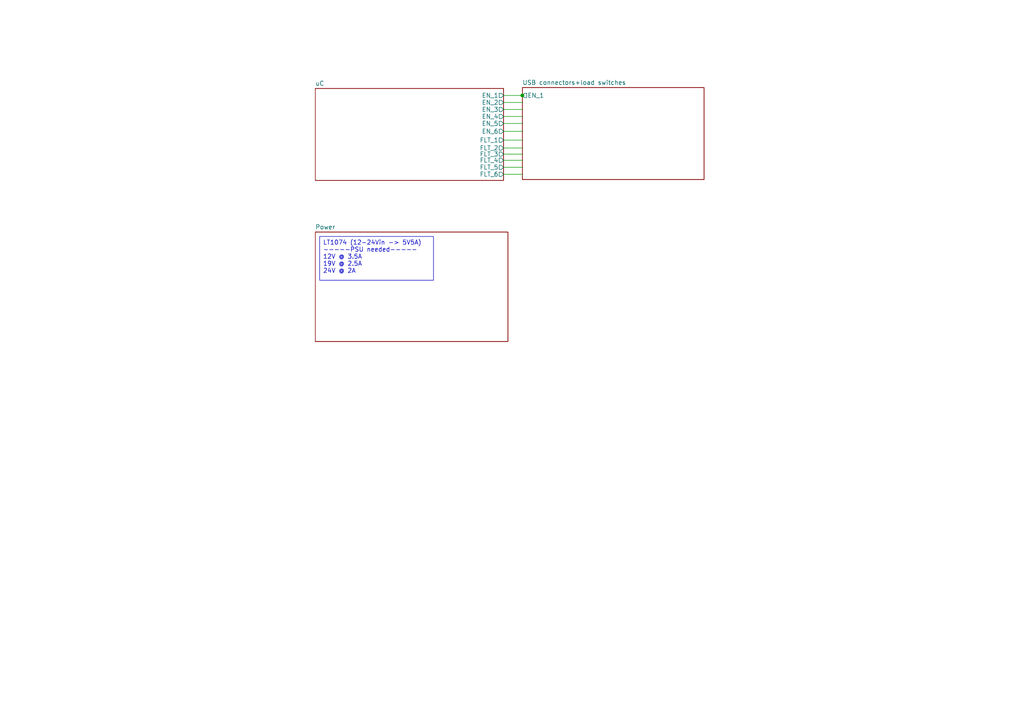
<source format=kicad_sch>
(kicad_sch (version 20230121) (generator eeschema)
  (paper "A4")
  (lib_symbols)
  (junction (at 151.511 27.686))
  (wire (pts (xy 146.05 38.1) (xy 151.638 38.1)))
  (wire (pts (xy 146.05 29.718) (xy 151.638 29.718)))
  (wire (pts (xy 146.05 27.686) (xy 151.511 27.686)))
  (wire (pts (xy 146.05 33.782) (xy 151.638 33.782)))
  (wire (pts (xy 146.05 46.482) (xy 151.638 46.482)))
  (wire (pts (xy 146.05 42.926) (xy 151.638 42.926)))
  (wire (pts (xy 146.05 50.546) (xy 151.638 50.546)))
  (wire (pts (xy 146.05 48.514) (xy 151.638 48.514)))
  (wire (pts (xy 146.05 40.64) (xy 151.638 40.64)))
  (wire (pts (xy 146.05 35.814) (xy 151.638 35.814)))
  (wire (pts (xy 146.05 44.704) (xy 151.638 44.704)))
  (wire (pts (xy 151.511 27.686) (xy 151.638 27.686)))
  (wire (pts (xy 146.05 31.75) (xy 151.638 31.75)))
  (text_box "LT1074 (12-24Vin -> 5V5A)\n-----PSU needed-----\n12V @ 3.5A\n19V @ 2.5A \n24V @ 2A\n" (at 92.71 68.58 0) (size 33.02 12.7) (effects (font (size 1.27 1.27)) (justify left top)))
  (sheet (at 151.511 25.4) (size 52.705 26.67) (stroke (width 0.1524))
    (property "Sheetname" "USB connectors+load switches" (at 151.511 24.6884 0) (effects (justify left bottom)))
    (property "Sheetfile" "untitled.kicad_sch" (effects hide))
    (pin "EN_1" output (at 151.511 27.686 180))
  )
  (sheet (at 91.44 67.31) (size 55.88 31.75) (stroke (width 0.1524))
    (property "Sheetname" "Power" (at 91.44 66.5984 0) (effects (justify left bottom)))
    (property "Sheetfile" "power.kicad_sch" (effects hide))
  )
  (sheet (at 91.44 25.654) (size 54.61 26.67) (stroke (width 0.1524))
    (property "Sheetname" "uC" (at 91.44 24.9424 0) (effects (justify left bottom)))
    (property "Sheetfile" "uC.kicad_sch" (effects hide))
    (pin "EN_1" output (at 146.05 27.686 0))
    (pin "EN_2" output (at 146.05 29.718 0))
    (pin "EN_3" output (at 146.05 31.75 0))
    (pin "EN_4" output (at 146.05 33.782 0))
    (pin "EN_5" output (at 146.05 35.814 0))
    (pin "EN_6" output (at 146.05 38.1 0))
    (pin "FLT_1" output (at 146.05 40.64 0))
    (pin "FLT_2" output (at 146.05 42.926 0))
    (pin "FLT_3" output (at 146.05 44.704 0))
    (pin "FLT_6" output (at 146.05 50.546 0))
    (pin "FLT_5" output (at 146.05 48.514 0))
    (pin "FLT_4" output (at 146.05 46.482 0))
  )
)
</source>
